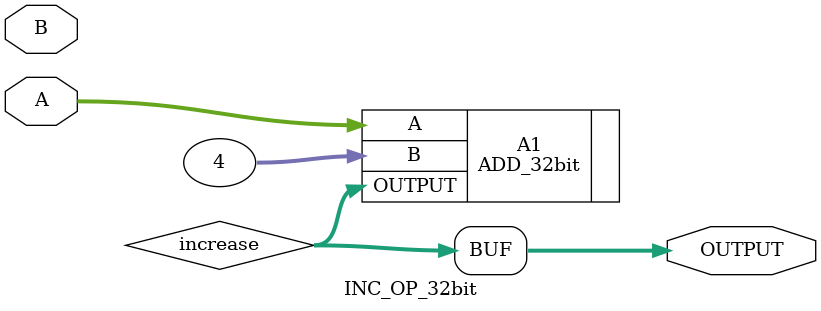
<source format=v>
`timescale 1ns / 1ps
module INC_OP_32bit(
input [31:0] A,
input [31:0] B,
output [31:0] OUTPUT
    );
    wire [31:0] increase;
    ADD_32bit A1(.A(A),.B(32'd4),.OUTPUT(increase));
    assign OUTPUT=increase;
endmodule
</source>
